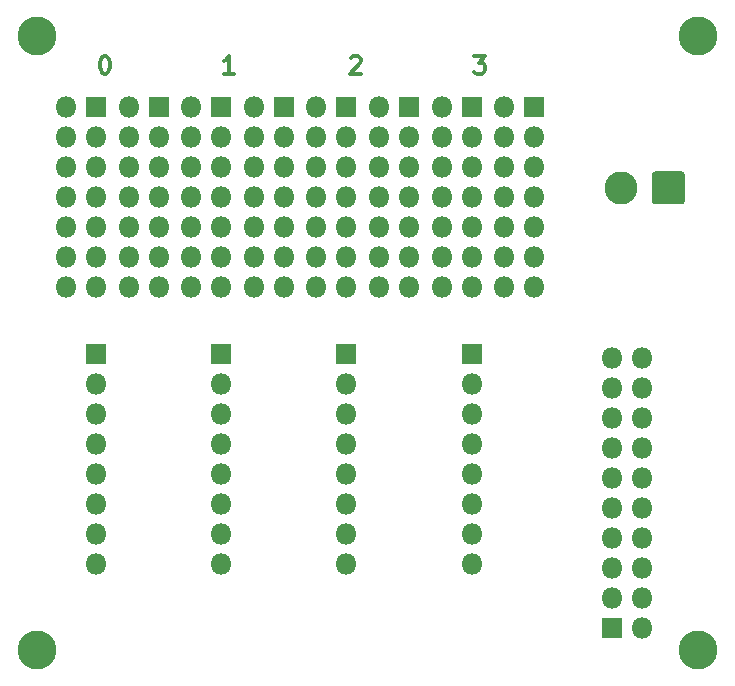
<source format=gts>
%TF.GenerationSoftware,KiCad,Pcbnew,(5.1.6)-1*%
%TF.CreationDate,2020-08-10T13:34:50+09:00*%
%TF.ProjectId,BLDC__MD_Mounter,424c4443-5f5f-44d4-945f-4d6f756e7465,rev?*%
%TF.SameCoordinates,Original*%
%TF.FileFunction,Soldermask,Top*%
%TF.FilePolarity,Negative*%
%FSLAX46Y46*%
G04 Gerber Fmt 4.6, Leading zero omitted, Abs format (unit mm)*
G04 Created by KiCad (PCBNEW (5.1.6)-1) date 2020-08-10 13:34:50*
%MOMM*%
%LPD*%
G01*
G04 APERTURE LIST*
%ADD10C,0.300000*%
%ADD11C,3.300000*%
%ADD12O,1.800000X1.800000*%
%ADD13R,1.800000X1.800000*%
%ADD14C,2.800000*%
G04 APERTURE END LIST*
D10*
X142000000Y-62678571D02*
X142928571Y-62678571D01*
X142428571Y-63250000D01*
X142642857Y-63250000D01*
X142785714Y-63321428D01*
X142857142Y-63392857D01*
X142928571Y-63535714D01*
X142928571Y-63892857D01*
X142857142Y-64035714D01*
X142785714Y-64107142D01*
X142642857Y-64178571D01*
X142214285Y-64178571D01*
X142071428Y-64107142D01*
X142000000Y-64035714D01*
X131571428Y-62821428D02*
X131642857Y-62750000D01*
X131785714Y-62678571D01*
X132142857Y-62678571D01*
X132285714Y-62750000D01*
X132357142Y-62821428D01*
X132428571Y-62964285D01*
X132428571Y-63107142D01*
X132357142Y-63321428D01*
X131500000Y-64178571D01*
X132428571Y-64178571D01*
X121678571Y-64178571D02*
X120821428Y-64178571D01*
X121250000Y-64178571D02*
X121250000Y-62678571D01*
X121107142Y-62892857D01*
X120964285Y-63035714D01*
X120821428Y-63107142D01*
X110678571Y-62678571D02*
X110821428Y-62678571D01*
X110964285Y-62750000D01*
X111035714Y-62821428D01*
X111107142Y-62964285D01*
X111178571Y-63250000D01*
X111178571Y-63607142D01*
X111107142Y-63892857D01*
X111035714Y-64035714D01*
X110964285Y-64107142D01*
X110821428Y-64178571D01*
X110678571Y-64178571D01*
X110535714Y-64107142D01*
X110464285Y-64035714D01*
X110392857Y-63892857D01*
X110321428Y-63607142D01*
X110321428Y-63250000D01*
X110392857Y-62964285D01*
X110464285Y-62821428D01*
X110535714Y-62750000D01*
X110678571Y-62678571D01*
D11*
%TO.C,REF\u002A\u002A*%
X161000000Y-113000000D03*
%TD*%
%TO.C,REF\u002A\u002A*%
X161000000Y-61000000D03*
%TD*%
%TO.C,REF\u002A\u002A*%
X105000000Y-61000000D03*
%TD*%
%TO.C,REF\u002A\u002A*%
X105000000Y-113000000D03*
%TD*%
D12*
%TO.C,J4*%
X110000000Y-105709600D03*
X110000000Y-103169600D03*
X110000000Y-100629600D03*
X110000000Y-98089600D03*
X110000000Y-95549600D03*
X110000000Y-93009600D03*
X110000000Y-90469600D03*
D13*
X110000000Y-87929600D03*
%TD*%
D12*
%TO.C,J11*%
X131200000Y-105709600D03*
X131200000Y-103169600D03*
X131200000Y-100629600D03*
X131200000Y-98089600D03*
X131200000Y-95549600D03*
X131200000Y-93009600D03*
X131200000Y-90469600D03*
D13*
X131200000Y-87929600D03*
%TD*%
D12*
%TO.C,J14*%
X141800000Y-105709600D03*
X141800000Y-103169600D03*
X141800000Y-100629600D03*
X141800000Y-98089600D03*
X141800000Y-95549600D03*
X141800000Y-93009600D03*
X141800000Y-90469600D03*
D13*
X141800000Y-87929600D03*
%TD*%
D12*
%TO.C,J13*%
X139260000Y-82240000D03*
X141800000Y-82240000D03*
X139260000Y-79700000D03*
X141800000Y-79700000D03*
X139260000Y-77160000D03*
X141800000Y-77160000D03*
X139260000Y-74620000D03*
X141800000Y-74620000D03*
X139260000Y-72080000D03*
X141800000Y-72080000D03*
X139260000Y-69540000D03*
X141800000Y-69540000D03*
X139260000Y-67000000D03*
D13*
X141800000Y-67000000D03*
%TD*%
D12*
%TO.C,J12*%
X144560000Y-82240000D03*
X147100000Y-82240000D03*
X144560000Y-79700000D03*
X147100000Y-79700000D03*
X144560000Y-77160000D03*
X147100000Y-77160000D03*
X144560000Y-74620000D03*
X147100000Y-74620000D03*
X144560000Y-72080000D03*
X147100000Y-72080000D03*
X144560000Y-69540000D03*
X147100000Y-69540000D03*
X144560000Y-67000000D03*
D13*
X147100000Y-67000000D03*
%TD*%
D12*
%TO.C,J10*%
X128660000Y-82240000D03*
X131200000Y-82240000D03*
X128660000Y-79700000D03*
X131200000Y-79700000D03*
X128660000Y-77160000D03*
X131200000Y-77160000D03*
X128660000Y-74620000D03*
X131200000Y-74620000D03*
X128660000Y-72080000D03*
X131200000Y-72080000D03*
X128660000Y-69540000D03*
X131200000Y-69540000D03*
X128660000Y-67000000D03*
D13*
X131200000Y-67000000D03*
%TD*%
D12*
%TO.C,J9*%
X133960000Y-82240000D03*
X136500000Y-82240000D03*
X133960000Y-79700000D03*
X136500000Y-79700000D03*
X133960000Y-77160000D03*
X136500000Y-77160000D03*
X133960000Y-74620000D03*
X136500000Y-74620000D03*
X133960000Y-72080000D03*
X136500000Y-72080000D03*
X133960000Y-69540000D03*
X136500000Y-69540000D03*
X133960000Y-67000000D03*
D13*
X136500000Y-67000000D03*
%TD*%
D12*
%TO.C,J8*%
X120600000Y-105709600D03*
X120600000Y-103169600D03*
X120600000Y-100629600D03*
X120600000Y-98089600D03*
X120600000Y-95549600D03*
X120600000Y-93009600D03*
X120600000Y-90469600D03*
D13*
X120600000Y-87929600D03*
%TD*%
D12*
%TO.C,J7*%
X118060000Y-82240000D03*
X120600000Y-82240000D03*
X118060000Y-79700000D03*
X120600000Y-79700000D03*
X118060000Y-77160000D03*
X120600000Y-77160000D03*
X118060000Y-74620000D03*
X120600000Y-74620000D03*
X118060000Y-72080000D03*
X120600000Y-72080000D03*
X118060000Y-69540000D03*
X120600000Y-69540000D03*
X118060000Y-67000000D03*
D13*
X120600000Y-67000000D03*
%TD*%
D12*
%TO.C,J6*%
X123360000Y-82240000D03*
X125900000Y-82240000D03*
X123360000Y-79700000D03*
X125900000Y-79700000D03*
X123360000Y-77160000D03*
X125900000Y-77160000D03*
X123360000Y-74620000D03*
X125900000Y-74620000D03*
X123360000Y-72080000D03*
X125900000Y-72080000D03*
X123360000Y-69540000D03*
X125900000Y-69540000D03*
X123360000Y-67000000D03*
D13*
X125900000Y-67000000D03*
%TD*%
D14*
%TO.C,J5*%
X154485200Y-73863200D03*
G36*
G01*
X159845200Y-72722460D02*
X159845200Y-75003940D01*
G75*
G02*
X159585940Y-75263200I-259260J0D01*
G01*
X157304460Y-75263200D01*
G75*
G02*
X157045200Y-75003940I0J259260D01*
G01*
X157045200Y-72722460D01*
G75*
G02*
X157304460Y-72463200I259260J0D01*
G01*
X159585940Y-72463200D01*
G75*
G02*
X159845200Y-72722460I0J-259260D01*
G01*
G37*
%TD*%
D12*
%TO.C,J3*%
X156260800Y-88290400D03*
X153720800Y-88290400D03*
X156260800Y-90830400D03*
X153720800Y-90830400D03*
X156260800Y-93370400D03*
X153720800Y-93370400D03*
X156260800Y-95910400D03*
X153720800Y-95910400D03*
X156260800Y-98450400D03*
X153720800Y-98450400D03*
X156260800Y-100990400D03*
X153720800Y-100990400D03*
X156260800Y-103530400D03*
X153720800Y-103530400D03*
X156260800Y-106070400D03*
X153720800Y-106070400D03*
X156260800Y-108610400D03*
X153720800Y-108610400D03*
X156260800Y-111150400D03*
D13*
X153720800Y-111150400D03*
%TD*%
D12*
%TO.C,J2*%
X112760000Y-82240000D03*
X115300000Y-82240000D03*
X112760000Y-79700000D03*
X115300000Y-79700000D03*
X112760000Y-77160000D03*
X115300000Y-77160000D03*
X112760000Y-74620000D03*
X115300000Y-74620000D03*
X112760000Y-72080000D03*
X115300000Y-72080000D03*
X112760000Y-69540000D03*
X115300000Y-69540000D03*
X112760000Y-67000000D03*
D13*
X115300000Y-67000000D03*
%TD*%
D12*
%TO.C,J1*%
X107460000Y-82240000D03*
X110000000Y-82240000D03*
X107460000Y-79700000D03*
X110000000Y-79700000D03*
X107460000Y-77160000D03*
X110000000Y-77160000D03*
X107460000Y-74620000D03*
X110000000Y-74620000D03*
X107460000Y-72080000D03*
X110000000Y-72080000D03*
X107460000Y-69540000D03*
X110000000Y-69540000D03*
X107460000Y-67000000D03*
D13*
X110000000Y-67000000D03*
%TD*%
M02*

</source>
